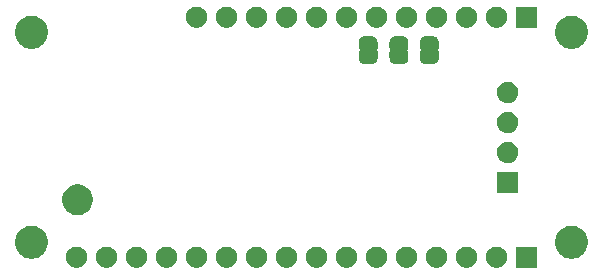
<source format=gbr>
G04 #@! TF.GenerationSoftware,KiCad,Pcbnew,(5.1.5-0-10_14)*
G04 #@! TF.CreationDate,2020-02-04T14:09:25+01:00*
G04 #@! TF.ProjectId,FeatherCAN,46656174-6865-4724-9341-4e2e6b696361,1.0*
G04 #@! TF.SameCoordinates,Original*
G04 #@! TF.FileFunction,Soldermask,Bot*
G04 #@! TF.FilePolarity,Negative*
%FSLAX46Y46*%
G04 Gerber Fmt 4.6, Leading zero omitted, Abs format (unit mm)*
G04 Created by KiCad (PCBNEW (5.1.5-0-10_14)) date 2020-02-04 14:09:25*
%MOMM*%
%LPD*%
G04 APERTURE LIST*
%ADD10C,0.100000*%
G04 APERTURE END LIST*
D10*
G36*
X161551000Y-117091000D02*
G01*
X159749000Y-117091000D01*
X159749000Y-115289000D01*
X161551000Y-115289000D01*
X161551000Y-117091000D01*
G37*
G36*
X158223512Y-115293927D02*
G01*
X158372812Y-115323624D01*
X158536784Y-115391544D01*
X158684354Y-115490147D01*
X158809853Y-115615646D01*
X158908456Y-115763216D01*
X158976376Y-115927188D01*
X159011000Y-116101259D01*
X159011000Y-116278741D01*
X158976376Y-116452812D01*
X158908456Y-116616784D01*
X158809853Y-116764354D01*
X158684354Y-116889853D01*
X158536784Y-116988456D01*
X158372812Y-117056376D01*
X158223512Y-117086073D01*
X158198742Y-117091000D01*
X158021258Y-117091000D01*
X157996488Y-117086073D01*
X157847188Y-117056376D01*
X157683216Y-116988456D01*
X157535646Y-116889853D01*
X157410147Y-116764354D01*
X157311544Y-116616784D01*
X157243624Y-116452812D01*
X157209000Y-116278741D01*
X157209000Y-116101259D01*
X157243624Y-115927188D01*
X157311544Y-115763216D01*
X157410147Y-115615646D01*
X157535646Y-115490147D01*
X157683216Y-115391544D01*
X157847188Y-115323624D01*
X157996488Y-115293927D01*
X158021258Y-115289000D01*
X158198742Y-115289000D01*
X158223512Y-115293927D01*
G37*
G36*
X155683512Y-115293927D02*
G01*
X155832812Y-115323624D01*
X155996784Y-115391544D01*
X156144354Y-115490147D01*
X156269853Y-115615646D01*
X156368456Y-115763216D01*
X156436376Y-115927188D01*
X156471000Y-116101259D01*
X156471000Y-116278741D01*
X156436376Y-116452812D01*
X156368456Y-116616784D01*
X156269853Y-116764354D01*
X156144354Y-116889853D01*
X155996784Y-116988456D01*
X155832812Y-117056376D01*
X155683512Y-117086073D01*
X155658742Y-117091000D01*
X155481258Y-117091000D01*
X155456488Y-117086073D01*
X155307188Y-117056376D01*
X155143216Y-116988456D01*
X154995646Y-116889853D01*
X154870147Y-116764354D01*
X154771544Y-116616784D01*
X154703624Y-116452812D01*
X154669000Y-116278741D01*
X154669000Y-116101259D01*
X154703624Y-115927188D01*
X154771544Y-115763216D01*
X154870147Y-115615646D01*
X154995646Y-115490147D01*
X155143216Y-115391544D01*
X155307188Y-115323624D01*
X155456488Y-115293927D01*
X155481258Y-115289000D01*
X155658742Y-115289000D01*
X155683512Y-115293927D01*
G37*
G36*
X153143512Y-115293927D02*
G01*
X153292812Y-115323624D01*
X153456784Y-115391544D01*
X153604354Y-115490147D01*
X153729853Y-115615646D01*
X153828456Y-115763216D01*
X153896376Y-115927188D01*
X153931000Y-116101259D01*
X153931000Y-116278741D01*
X153896376Y-116452812D01*
X153828456Y-116616784D01*
X153729853Y-116764354D01*
X153604354Y-116889853D01*
X153456784Y-116988456D01*
X153292812Y-117056376D01*
X153143512Y-117086073D01*
X153118742Y-117091000D01*
X152941258Y-117091000D01*
X152916488Y-117086073D01*
X152767188Y-117056376D01*
X152603216Y-116988456D01*
X152455646Y-116889853D01*
X152330147Y-116764354D01*
X152231544Y-116616784D01*
X152163624Y-116452812D01*
X152129000Y-116278741D01*
X152129000Y-116101259D01*
X152163624Y-115927188D01*
X152231544Y-115763216D01*
X152330147Y-115615646D01*
X152455646Y-115490147D01*
X152603216Y-115391544D01*
X152767188Y-115323624D01*
X152916488Y-115293927D01*
X152941258Y-115289000D01*
X153118742Y-115289000D01*
X153143512Y-115293927D01*
G37*
G36*
X150603512Y-115293927D02*
G01*
X150752812Y-115323624D01*
X150916784Y-115391544D01*
X151064354Y-115490147D01*
X151189853Y-115615646D01*
X151288456Y-115763216D01*
X151356376Y-115927188D01*
X151391000Y-116101259D01*
X151391000Y-116278741D01*
X151356376Y-116452812D01*
X151288456Y-116616784D01*
X151189853Y-116764354D01*
X151064354Y-116889853D01*
X150916784Y-116988456D01*
X150752812Y-117056376D01*
X150603512Y-117086073D01*
X150578742Y-117091000D01*
X150401258Y-117091000D01*
X150376488Y-117086073D01*
X150227188Y-117056376D01*
X150063216Y-116988456D01*
X149915646Y-116889853D01*
X149790147Y-116764354D01*
X149691544Y-116616784D01*
X149623624Y-116452812D01*
X149589000Y-116278741D01*
X149589000Y-116101259D01*
X149623624Y-115927188D01*
X149691544Y-115763216D01*
X149790147Y-115615646D01*
X149915646Y-115490147D01*
X150063216Y-115391544D01*
X150227188Y-115323624D01*
X150376488Y-115293927D01*
X150401258Y-115289000D01*
X150578742Y-115289000D01*
X150603512Y-115293927D01*
G37*
G36*
X148063512Y-115293927D02*
G01*
X148212812Y-115323624D01*
X148376784Y-115391544D01*
X148524354Y-115490147D01*
X148649853Y-115615646D01*
X148748456Y-115763216D01*
X148816376Y-115927188D01*
X148851000Y-116101259D01*
X148851000Y-116278741D01*
X148816376Y-116452812D01*
X148748456Y-116616784D01*
X148649853Y-116764354D01*
X148524354Y-116889853D01*
X148376784Y-116988456D01*
X148212812Y-117056376D01*
X148063512Y-117086073D01*
X148038742Y-117091000D01*
X147861258Y-117091000D01*
X147836488Y-117086073D01*
X147687188Y-117056376D01*
X147523216Y-116988456D01*
X147375646Y-116889853D01*
X147250147Y-116764354D01*
X147151544Y-116616784D01*
X147083624Y-116452812D01*
X147049000Y-116278741D01*
X147049000Y-116101259D01*
X147083624Y-115927188D01*
X147151544Y-115763216D01*
X147250147Y-115615646D01*
X147375646Y-115490147D01*
X147523216Y-115391544D01*
X147687188Y-115323624D01*
X147836488Y-115293927D01*
X147861258Y-115289000D01*
X148038742Y-115289000D01*
X148063512Y-115293927D01*
G37*
G36*
X145523512Y-115293927D02*
G01*
X145672812Y-115323624D01*
X145836784Y-115391544D01*
X145984354Y-115490147D01*
X146109853Y-115615646D01*
X146208456Y-115763216D01*
X146276376Y-115927188D01*
X146311000Y-116101259D01*
X146311000Y-116278741D01*
X146276376Y-116452812D01*
X146208456Y-116616784D01*
X146109853Y-116764354D01*
X145984354Y-116889853D01*
X145836784Y-116988456D01*
X145672812Y-117056376D01*
X145523512Y-117086073D01*
X145498742Y-117091000D01*
X145321258Y-117091000D01*
X145296488Y-117086073D01*
X145147188Y-117056376D01*
X144983216Y-116988456D01*
X144835646Y-116889853D01*
X144710147Y-116764354D01*
X144611544Y-116616784D01*
X144543624Y-116452812D01*
X144509000Y-116278741D01*
X144509000Y-116101259D01*
X144543624Y-115927188D01*
X144611544Y-115763216D01*
X144710147Y-115615646D01*
X144835646Y-115490147D01*
X144983216Y-115391544D01*
X145147188Y-115323624D01*
X145296488Y-115293927D01*
X145321258Y-115289000D01*
X145498742Y-115289000D01*
X145523512Y-115293927D01*
G37*
G36*
X142983512Y-115293927D02*
G01*
X143132812Y-115323624D01*
X143296784Y-115391544D01*
X143444354Y-115490147D01*
X143569853Y-115615646D01*
X143668456Y-115763216D01*
X143736376Y-115927188D01*
X143771000Y-116101259D01*
X143771000Y-116278741D01*
X143736376Y-116452812D01*
X143668456Y-116616784D01*
X143569853Y-116764354D01*
X143444354Y-116889853D01*
X143296784Y-116988456D01*
X143132812Y-117056376D01*
X142983512Y-117086073D01*
X142958742Y-117091000D01*
X142781258Y-117091000D01*
X142756488Y-117086073D01*
X142607188Y-117056376D01*
X142443216Y-116988456D01*
X142295646Y-116889853D01*
X142170147Y-116764354D01*
X142071544Y-116616784D01*
X142003624Y-116452812D01*
X141969000Y-116278741D01*
X141969000Y-116101259D01*
X142003624Y-115927188D01*
X142071544Y-115763216D01*
X142170147Y-115615646D01*
X142295646Y-115490147D01*
X142443216Y-115391544D01*
X142607188Y-115323624D01*
X142756488Y-115293927D01*
X142781258Y-115289000D01*
X142958742Y-115289000D01*
X142983512Y-115293927D01*
G37*
G36*
X140443512Y-115293927D02*
G01*
X140592812Y-115323624D01*
X140756784Y-115391544D01*
X140904354Y-115490147D01*
X141029853Y-115615646D01*
X141128456Y-115763216D01*
X141196376Y-115927188D01*
X141231000Y-116101259D01*
X141231000Y-116278741D01*
X141196376Y-116452812D01*
X141128456Y-116616784D01*
X141029853Y-116764354D01*
X140904354Y-116889853D01*
X140756784Y-116988456D01*
X140592812Y-117056376D01*
X140443512Y-117086073D01*
X140418742Y-117091000D01*
X140241258Y-117091000D01*
X140216488Y-117086073D01*
X140067188Y-117056376D01*
X139903216Y-116988456D01*
X139755646Y-116889853D01*
X139630147Y-116764354D01*
X139531544Y-116616784D01*
X139463624Y-116452812D01*
X139429000Y-116278741D01*
X139429000Y-116101259D01*
X139463624Y-115927188D01*
X139531544Y-115763216D01*
X139630147Y-115615646D01*
X139755646Y-115490147D01*
X139903216Y-115391544D01*
X140067188Y-115323624D01*
X140216488Y-115293927D01*
X140241258Y-115289000D01*
X140418742Y-115289000D01*
X140443512Y-115293927D01*
G37*
G36*
X137903512Y-115293927D02*
G01*
X138052812Y-115323624D01*
X138216784Y-115391544D01*
X138364354Y-115490147D01*
X138489853Y-115615646D01*
X138588456Y-115763216D01*
X138656376Y-115927188D01*
X138691000Y-116101259D01*
X138691000Y-116278741D01*
X138656376Y-116452812D01*
X138588456Y-116616784D01*
X138489853Y-116764354D01*
X138364354Y-116889853D01*
X138216784Y-116988456D01*
X138052812Y-117056376D01*
X137903512Y-117086073D01*
X137878742Y-117091000D01*
X137701258Y-117091000D01*
X137676488Y-117086073D01*
X137527188Y-117056376D01*
X137363216Y-116988456D01*
X137215646Y-116889853D01*
X137090147Y-116764354D01*
X136991544Y-116616784D01*
X136923624Y-116452812D01*
X136889000Y-116278741D01*
X136889000Y-116101259D01*
X136923624Y-115927188D01*
X136991544Y-115763216D01*
X137090147Y-115615646D01*
X137215646Y-115490147D01*
X137363216Y-115391544D01*
X137527188Y-115323624D01*
X137676488Y-115293927D01*
X137701258Y-115289000D01*
X137878742Y-115289000D01*
X137903512Y-115293927D01*
G37*
G36*
X135363512Y-115293927D02*
G01*
X135512812Y-115323624D01*
X135676784Y-115391544D01*
X135824354Y-115490147D01*
X135949853Y-115615646D01*
X136048456Y-115763216D01*
X136116376Y-115927188D01*
X136151000Y-116101259D01*
X136151000Y-116278741D01*
X136116376Y-116452812D01*
X136048456Y-116616784D01*
X135949853Y-116764354D01*
X135824354Y-116889853D01*
X135676784Y-116988456D01*
X135512812Y-117056376D01*
X135363512Y-117086073D01*
X135338742Y-117091000D01*
X135161258Y-117091000D01*
X135136488Y-117086073D01*
X134987188Y-117056376D01*
X134823216Y-116988456D01*
X134675646Y-116889853D01*
X134550147Y-116764354D01*
X134451544Y-116616784D01*
X134383624Y-116452812D01*
X134349000Y-116278741D01*
X134349000Y-116101259D01*
X134383624Y-115927188D01*
X134451544Y-115763216D01*
X134550147Y-115615646D01*
X134675646Y-115490147D01*
X134823216Y-115391544D01*
X134987188Y-115323624D01*
X135136488Y-115293927D01*
X135161258Y-115289000D01*
X135338742Y-115289000D01*
X135363512Y-115293927D01*
G37*
G36*
X132823512Y-115293927D02*
G01*
X132972812Y-115323624D01*
X133136784Y-115391544D01*
X133284354Y-115490147D01*
X133409853Y-115615646D01*
X133508456Y-115763216D01*
X133576376Y-115927188D01*
X133611000Y-116101259D01*
X133611000Y-116278741D01*
X133576376Y-116452812D01*
X133508456Y-116616784D01*
X133409853Y-116764354D01*
X133284354Y-116889853D01*
X133136784Y-116988456D01*
X132972812Y-117056376D01*
X132823512Y-117086073D01*
X132798742Y-117091000D01*
X132621258Y-117091000D01*
X132596488Y-117086073D01*
X132447188Y-117056376D01*
X132283216Y-116988456D01*
X132135646Y-116889853D01*
X132010147Y-116764354D01*
X131911544Y-116616784D01*
X131843624Y-116452812D01*
X131809000Y-116278741D01*
X131809000Y-116101259D01*
X131843624Y-115927188D01*
X131911544Y-115763216D01*
X132010147Y-115615646D01*
X132135646Y-115490147D01*
X132283216Y-115391544D01*
X132447188Y-115323624D01*
X132596488Y-115293927D01*
X132621258Y-115289000D01*
X132798742Y-115289000D01*
X132823512Y-115293927D01*
G37*
G36*
X130283512Y-115293927D02*
G01*
X130432812Y-115323624D01*
X130596784Y-115391544D01*
X130744354Y-115490147D01*
X130869853Y-115615646D01*
X130968456Y-115763216D01*
X131036376Y-115927188D01*
X131071000Y-116101259D01*
X131071000Y-116278741D01*
X131036376Y-116452812D01*
X130968456Y-116616784D01*
X130869853Y-116764354D01*
X130744354Y-116889853D01*
X130596784Y-116988456D01*
X130432812Y-117056376D01*
X130283512Y-117086073D01*
X130258742Y-117091000D01*
X130081258Y-117091000D01*
X130056488Y-117086073D01*
X129907188Y-117056376D01*
X129743216Y-116988456D01*
X129595646Y-116889853D01*
X129470147Y-116764354D01*
X129371544Y-116616784D01*
X129303624Y-116452812D01*
X129269000Y-116278741D01*
X129269000Y-116101259D01*
X129303624Y-115927188D01*
X129371544Y-115763216D01*
X129470147Y-115615646D01*
X129595646Y-115490147D01*
X129743216Y-115391544D01*
X129907188Y-115323624D01*
X130056488Y-115293927D01*
X130081258Y-115289000D01*
X130258742Y-115289000D01*
X130283512Y-115293927D01*
G37*
G36*
X127743512Y-115293927D02*
G01*
X127892812Y-115323624D01*
X128056784Y-115391544D01*
X128204354Y-115490147D01*
X128329853Y-115615646D01*
X128428456Y-115763216D01*
X128496376Y-115927188D01*
X128531000Y-116101259D01*
X128531000Y-116278741D01*
X128496376Y-116452812D01*
X128428456Y-116616784D01*
X128329853Y-116764354D01*
X128204354Y-116889853D01*
X128056784Y-116988456D01*
X127892812Y-117056376D01*
X127743512Y-117086073D01*
X127718742Y-117091000D01*
X127541258Y-117091000D01*
X127516488Y-117086073D01*
X127367188Y-117056376D01*
X127203216Y-116988456D01*
X127055646Y-116889853D01*
X126930147Y-116764354D01*
X126831544Y-116616784D01*
X126763624Y-116452812D01*
X126729000Y-116278741D01*
X126729000Y-116101259D01*
X126763624Y-115927188D01*
X126831544Y-115763216D01*
X126930147Y-115615646D01*
X127055646Y-115490147D01*
X127203216Y-115391544D01*
X127367188Y-115323624D01*
X127516488Y-115293927D01*
X127541258Y-115289000D01*
X127718742Y-115289000D01*
X127743512Y-115293927D01*
G37*
G36*
X125203512Y-115293927D02*
G01*
X125352812Y-115323624D01*
X125516784Y-115391544D01*
X125664354Y-115490147D01*
X125789853Y-115615646D01*
X125888456Y-115763216D01*
X125956376Y-115927188D01*
X125991000Y-116101259D01*
X125991000Y-116278741D01*
X125956376Y-116452812D01*
X125888456Y-116616784D01*
X125789853Y-116764354D01*
X125664354Y-116889853D01*
X125516784Y-116988456D01*
X125352812Y-117056376D01*
X125203512Y-117086073D01*
X125178742Y-117091000D01*
X125001258Y-117091000D01*
X124976488Y-117086073D01*
X124827188Y-117056376D01*
X124663216Y-116988456D01*
X124515646Y-116889853D01*
X124390147Y-116764354D01*
X124291544Y-116616784D01*
X124223624Y-116452812D01*
X124189000Y-116278741D01*
X124189000Y-116101259D01*
X124223624Y-115927188D01*
X124291544Y-115763216D01*
X124390147Y-115615646D01*
X124515646Y-115490147D01*
X124663216Y-115391544D01*
X124827188Y-115323624D01*
X124976488Y-115293927D01*
X125001258Y-115289000D01*
X125178742Y-115289000D01*
X125203512Y-115293927D01*
G37*
G36*
X122663512Y-115293927D02*
G01*
X122812812Y-115323624D01*
X122976784Y-115391544D01*
X123124354Y-115490147D01*
X123249853Y-115615646D01*
X123348456Y-115763216D01*
X123416376Y-115927188D01*
X123451000Y-116101259D01*
X123451000Y-116278741D01*
X123416376Y-116452812D01*
X123348456Y-116616784D01*
X123249853Y-116764354D01*
X123124354Y-116889853D01*
X122976784Y-116988456D01*
X122812812Y-117056376D01*
X122663512Y-117086073D01*
X122638742Y-117091000D01*
X122461258Y-117091000D01*
X122436488Y-117086073D01*
X122287188Y-117056376D01*
X122123216Y-116988456D01*
X121975646Y-116889853D01*
X121850147Y-116764354D01*
X121751544Y-116616784D01*
X121683624Y-116452812D01*
X121649000Y-116278741D01*
X121649000Y-116101259D01*
X121683624Y-115927188D01*
X121751544Y-115763216D01*
X121850147Y-115615646D01*
X121975646Y-115490147D01*
X122123216Y-115391544D01*
X122287188Y-115323624D01*
X122436488Y-115293927D01*
X122461258Y-115289000D01*
X122638742Y-115289000D01*
X122663512Y-115293927D01*
G37*
G36*
X164778433Y-113554893D02*
G01*
X164868657Y-113572839D01*
X164974267Y-113616585D01*
X165123621Y-113678449D01*
X165123622Y-113678450D01*
X165353086Y-113831772D01*
X165548228Y-114026914D01*
X165650675Y-114180237D01*
X165701551Y-114256379D01*
X165807161Y-114511344D01*
X165861000Y-114782012D01*
X165861000Y-115057988D01*
X165807161Y-115328656D01*
X165701551Y-115583621D01*
X165680152Y-115615647D01*
X165548228Y-115813086D01*
X165353086Y-116008228D01*
X165213856Y-116101258D01*
X165123621Y-116161551D01*
X164974267Y-116223415D01*
X164868657Y-116267161D01*
X164778433Y-116285107D01*
X164597988Y-116321000D01*
X164322012Y-116321000D01*
X164141567Y-116285107D01*
X164051343Y-116267161D01*
X163945733Y-116223415D01*
X163796379Y-116161551D01*
X163706144Y-116101258D01*
X163566914Y-116008228D01*
X163371772Y-115813086D01*
X163239848Y-115615647D01*
X163218449Y-115583621D01*
X163112839Y-115328656D01*
X163059000Y-115057988D01*
X163059000Y-114782012D01*
X163112839Y-114511344D01*
X163218449Y-114256379D01*
X163269325Y-114180237D01*
X163371772Y-114026914D01*
X163566914Y-113831772D01*
X163796378Y-113678450D01*
X163796379Y-113678449D01*
X163945733Y-113616585D01*
X164051343Y-113572839D01*
X164141567Y-113554893D01*
X164322012Y-113519000D01*
X164597988Y-113519000D01*
X164778433Y-113554893D01*
G37*
G36*
X119058433Y-113554893D02*
G01*
X119148657Y-113572839D01*
X119254267Y-113616585D01*
X119403621Y-113678449D01*
X119403622Y-113678450D01*
X119633086Y-113831772D01*
X119828228Y-114026914D01*
X119930675Y-114180237D01*
X119981551Y-114256379D01*
X120087161Y-114511344D01*
X120141000Y-114782012D01*
X120141000Y-115057988D01*
X120087161Y-115328656D01*
X119981551Y-115583621D01*
X119960152Y-115615647D01*
X119828228Y-115813086D01*
X119633086Y-116008228D01*
X119493856Y-116101258D01*
X119403621Y-116161551D01*
X119254267Y-116223415D01*
X119148657Y-116267161D01*
X119058433Y-116285107D01*
X118877988Y-116321000D01*
X118602012Y-116321000D01*
X118421567Y-116285107D01*
X118331343Y-116267161D01*
X118225733Y-116223415D01*
X118076379Y-116161551D01*
X117986144Y-116101258D01*
X117846914Y-116008228D01*
X117651772Y-115813086D01*
X117519848Y-115615647D01*
X117498449Y-115583621D01*
X117392839Y-115328656D01*
X117339000Y-115057988D01*
X117339000Y-114782012D01*
X117392839Y-114511344D01*
X117498449Y-114256379D01*
X117549325Y-114180237D01*
X117651772Y-114026914D01*
X117846914Y-113831772D01*
X118076378Y-113678450D01*
X118076379Y-113678449D01*
X118225733Y-113616585D01*
X118331343Y-113572839D01*
X118421567Y-113554893D01*
X118602012Y-113519000D01*
X118877988Y-113519000D01*
X119058433Y-113554893D01*
G37*
G36*
X123029487Y-110073996D02*
G01*
X123266253Y-110172068D01*
X123266255Y-110172069D01*
X123479339Y-110314447D01*
X123660553Y-110495661D01*
X123802932Y-110708747D01*
X123901004Y-110945513D01*
X123951000Y-111196861D01*
X123951000Y-111453139D01*
X123901004Y-111704487D01*
X123802932Y-111941253D01*
X123802931Y-111941255D01*
X123660553Y-112154339D01*
X123479339Y-112335553D01*
X123266255Y-112477931D01*
X123266254Y-112477932D01*
X123266253Y-112477932D01*
X123029487Y-112576004D01*
X122778139Y-112626000D01*
X122521861Y-112626000D01*
X122270513Y-112576004D01*
X122033747Y-112477932D01*
X122033746Y-112477932D01*
X122033745Y-112477931D01*
X121820661Y-112335553D01*
X121639447Y-112154339D01*
X121497069Y-111941255D01*
X121497068Y-111941253D01*
X121398996Y-111704487D01*
X121349000Y-111453139D01*
X121349000Y-111196861D01*
X121398996Y-110945513D01*
X121497068Y-110708747D01*
X121639447Y-110495661D01*
X121820661Y-110314447D01*
X122033745Y-110172069D01*
X122033747Y-110172068D01*
X122270513Y-110073996D01*
X122521861Y-110024000D01*
X122778139Y-110024000D01*
X123029487Y-110073996D01*
G37*
G36*
X159951000Y-110751000D02*
G01*
X158149000Y-110751000D01*
X158149000Y-108949000D01*
X159951000Y-108949000D01*
X159951000Y-110751000D01*
G37*
G36*
X159163512Y-106413927D02*
G01*
X159312812Y-106443624D01*
X159476784Y-106511544D01*
X159624354Y-106610147D01*
X159749853Y-106735646D01*
X159848456Y-106883216D01*
X159916376Y-107047188D01*
X159951000Y-107221259D01*
X159951000Y-107398741D01*
X159916376Y-107572812D01*
X159848456Y-107736784D01*
X159749853Y-107884354D01*
X159624354Y-108009853D01*
X159476784Y-108108456D01*
X159312812Y-108176376D01*
X159163512Y-108206073D01*
X159138742Y-108211000D01*
X158961258Y-108211000D01*
X158936488Y-108206073D01*
X158787188Y-108176376D01*
X158623216Y-108108456D01*
X158475646Y-108009853D01*
X158350147Y-107884354D01*
X158251544Y-107736784D01*
X158183624Y-107572812D01*
X158149000Y-107398741D01*
X158149000Y-107221259D01*
X158183624Y-107047188D01*
X158251544Y-106883216D01*
X158350147Y-106735646D01*
X158475646Y-106610147D01*
X158623216Y-106511544D01*
X158787188Y-106443624D01*
X158936488Y-106413927D01*
X158961258Y-106409000D01*
X159138742Y-106409000D01*
X159163512Y-106413927D01*
G37*
G36*
X159163512Y-103873927D02*
G01*
X159312812Y-103903624D01*
X159476784Y-103971544D01*
X159624354Y-104070147D01*
X159749853Y-104195646D01*
X159848456Y-104343216D01*
X159916376Y-104507188D01*
X159951000Y-104681259D01*
X159951000Y-104858741D01*
X159916376Y-105032812D01*
X159848456Y-105196784D01*
X159749853Y-105344354D01*
X159624354Y-105469853D01*
X159476784Y-105568456D01*
X159312812Y-105636376D01*
X159163512Y-105666073D01*
X159138742Y-105671000D01*
X158961258Y-105671000D01*
X158936488Y-105666073D01*
X158787188Y-105636376D01*
X158623216Y-105568456D01*
X158475646Y-105469853D01*
X158350147Y-105344354D01*
X158251544Y-105196784D01*
X158183624Y-105032812D01*
X158149000Y-104858741D01*
X158149000Y-104681259D01*
X158183624Y-104507188D01*
X158251544Y-104343216D01*
X158350147Y-104195646D01*
X158475646Y-104070147D01*
X158623216Y-103971544D01*
X158787188Y-103903624D01*
X158936488Y-103873927D01*
X158961258Y-103869000D01*
X159138742Y-103869000D01*
X159163512Y-103873927D01*
G37*
G36*
X159163512Y-101333927D02*
G01*
X159312812Y-101363624D01*
X159476784Y-101431544D01*
X159624354Y-101530147D01*
X159749853Y-101655646D01*
X159848456Y-101803216D01*
X159916376Y-101967188D01*
X159951000Y-102141259D01*
X159951000Y-102318741D01*
X159916376Y-102492812D01*
X159848456Y-102656784D01*
X159749853Y-102804354D01*
X159624354Y-102929853D01*
X159476784Y-103028456D01*
X159312812Y-103096376D01*
X159163512Y-103126073D01*
X159138742Y-103131000D01*
X158961258Y-103131000D01*
X158936488Y-103126073D01*
X158787188Y-103096376D01*
X158623216Y-103028456D01*
X158475646Y-102929853D01*
X158350147Y-102804354D01*
X158251544Y-102656784D01*
X158183624Y-102492812D01*
X158149000Y-102318741D01*
X158149000Y-102141259D01*
X158183624Y-101967188D01*
X158251544Y-101803216D01*
X158350147Y-101655646D01*
X158475646Y-101530147D01*
X158623216Y-101431544D01*
X158787188Y-101363624D01*
X158936488Y-101333927D01*
X158961258Y-101329000D01*
X159138742Y-101329000D01*
X159163512Y-101333927D01*
G37*
G36*
X152687199Y-97449954D02*
G01*
X152699450Y-97450556D01*
X152717869Y-97450556D01*
X152740149Y-97452750D01*
X152824233Y-97469476D01*
X152845660Y-97475976D01*
X152924858Y-97508780D01*
X152930303Y-97511691D01*
X152930309Y-97511693D01*
X152939169Y-97516429D01*
X152939173Y-97516432D01*
X152944614Y-97519340D01*
X153015899Y-97566971D01*
X153033204Y-97581172D01*
X153093828Y-97641796D01*
X153108029Y-97659101D01*
X153155660Y-97730386D01*
X153158568Y-97735827D01*
X153158571Y-97735831D01*
X153163307Y-97744691D01*
X153163309Y-97744697D01*
X153166220Y-97750142D01*
X153199024Y-97829340D01*
X153205524Y-97850767D01*
X153222250Y-97934851D01*
X153224444Y-97957131D01*
X153224444Y-97975550D01*
X153225046Y-97987801D01*
X153226852Y-98006139D01*
X153226852Y-98493860D01*
X153225263Y-98509999D01*
X153222348Y-98519608D01*
X153217610Y-98528472D01*
X153211237Y-98536237D01*
X153198794Y-98546448D01*
X153188425Y-98553378D01*
X153171098Y-98570705D01*
X153157485Y-98591080D01*
X153148109Y-98613720D01*
X153143329Y-98637753D01*
X153143330Y-98662257D01*
X153148112Y-98686290D01*
X153157490Y-98708929D01*
X153171105Y-98729302D01*
X153188432Y-98746629D01*
X153198802Y-98753558D01*
X153211237Y-98763763D01*
X153217610Y-98771528D01*
X153222348Y-98780392D01*
X153225263Y-98790001D01*
X153226852Y-98806140D01*
X153226852Y-99293862D01*
X153225046Y-99312199D01*
X153224444Y-99324450D01*
X153224444Y-99342869D01*
X153222250Y-99365149D01*
X153205524Y-99449233D01*
X153199024Y-99470660D01*
X153166220Y-99549858D01*
X153163309Y-99555303D01*
X153163307Y-99555309D01*
X153158571Y-99564169D01*
X153158568Y-99564173D01*
X153155660Y-99569614D01*
X153108029Y-99640899D01*
X153093828Y-99658204D01*
X153033204Y-99718828D01*
X153015899Y-99733029D01*
X152944614Y-99780660D01*
X152939173Y-99783568D01*
X152939169Y-99783571D01*
X152930309Y-99788307D01*
X152930303Y-99788309D01*
X152924858Y-99791220D01*
X152845660Y-99824024D01*
X152824233Y-99830524D01*
X152740149Y-99847250D01*
X152717869Y-99849444D01*
X152699450Y-99849444D01*
X152687199Y-99850046D01*
X152668862Y-99851852D01*
X152181138Y-99851852D01*
X152162801Y-99850046D01*
X152150550Y-99849444D01*
X152132131Y-99849444D01*
X152109851Y-99847250D01*
X152025767Y-99830524D01*
X152004340Y-99824024D01*
X151925142Y-99791220D01*
X151919697Y-99788309D01*
X151919691Y-99788307D01*
X151910831Y-99783571D01*
X151910827Y-99783568D01*
X151905386Y-99780660D01*
X151834101Y-99733029D01*
X151816796Y-99718828D01*
X151756172Y-99658204D01*
X151741971Y-99640899D01*
X151694340Y-99569614D01*
X151691432Y-99564173D01*
X151691429Y-99564169D01*
X151686693Y-99555309D01*
X151686691Y-99555303D01*
X151683780Y-99549858D01*
X151650976Y-99470660D01*
X151644476Y-99449233D01*
X151627750Y-99365149D01*
X151625556Y-99342869D01*
X151625556Y-99324450D01*
X151624954Y-99312199D01*
X151623148Y-99293862D01*
X151623148Y-98806140D01*
X151624737Y-98790001D01*
X151627652Y-98780392D01*
X151632390Y-98771528D01*
X151638763Y-98763763D01*
X151651206Y-98753552D01*
X151661575Y-98746622D01*
X151678902Y-98729295D01*
X151692515Y-98708920D01*
X151701891Y-98686280D01*
X151706671Y-98662247D01*
X151706670Y-98637743D01*
X151701888Y-98613710D01*
X151692510Y-98591071D01*
X151678895Y-98570698D01*
X151661568Y-98553371D01*
X151651198Y-98546442D01*
X151638763Y-98536237D01*
X151632390Y-98528472D01*
X151627652Y-98519608D01*
X151624737Y-98509999D01*
X151623148Y-98493860D01*
X151623148Y-98006139D01*
X151624954Y-97987801D01*
X151625556Y-97975550D01*
X151625556Y-97957131D01*
X151627750Y-97934851D01*
X151644476Y-97850767D01*
X151650976Y-97829340D01*
X151683780Y-97750142D01*
X151686691Y-97744697D01*
X151686693Y-97744691D01*
X151691429Y-97735831D01*
X151691432Y-97735827D01*
X151694340Y-97730386D01*
X151741971Y-97659101D01*
X151756172Y-97641796D01*
X151816796Y-97581172D01*
X151834101Y-97566971D01*
X151905386Y-97519340D01*
X151910827Y-97516432D01*
X151910831Y-97516429D01*
X151919691Y-97511693D01*
X151919697Y-97511691D01*
X151925142Y-97508780D01*
X152004340Y-97475976D01*
X152025767Y-97469476D01*
X152109851Y-97452750D01*
X152132131Y-97450556D01*
X152150550Y-97450556D01*
X152162801Y-97449954D01*
X152181139Y-97448148D01*
X152668861Y-97448148D01*
X152687199Y-97449954D01*
G37*
G36*
X150112199Y-97449954D02*
G01*
X150124450Y-97450556D01*
X150142869Y-97450556D01*
X150165149Y-97452750D01*
X150249233Y-97469476D01*
X150270660Y-97475976D01*
X150349858Y-97508780D01*
X150355303Y-97511691D01*
X150355309Y-97511693D01*
X150364169Y-97516429D01*
X150364173Y-97516432D01*
X150369614Y-97519340D01*
X150440899Y-97566971D01*
X150458204Y-97581172D01*
X150518828Y-97641796D01*
X150533029Y-97659101D01*
X150580660Y-97730386D01*
X150583568Y-97735827D01*
X150583571Y-97735831D01*
X150588307Y-97744691D01*
X150588309Y-97744697D01*
X150591220Y-97750142D01*
X150624024Y-97829340D01*
X150630524Y-97850767D01*
X150647250Y-97934851D01*
X150649444Y-97957131D01*
X150649444Y-97975550D01*
X150650046Y-97987801D01*
X150651852Y-98006139D01*
X150651852Y-98493860D01*
X150650263Y-98509999D01*
X150647348Y-98519608D01*
X150642610Y-98528472D01*
X150636237Y-98536237D01*
X150623794Y-98546448D01*
X150613425Y-98553378D01*
X150596098Y-98570705D01*
X150582485Y-98591080D01*
X150573109Y-98613720D01*
X150568329Y-98637753D01*
X150568330Y-98662257D01*
X150573112Y-98686290D01*
X150582490Y-98708929D01*
X150596105Y-98729302D01*
X150613432Y-98746629D01*
X150623802Y-98753558D01*
X150636237Y-98763763D01*
X150642610Y-98771528D01*
X150647348Y-98780392D01*
X150650263Y-98790001D01*
X150651852Y-98806140D01*
X150651852Y-99293862D01*
X150650046Y-99312199D01*
X150649444Y-99324450D01*
X150649444Y-99342869D01*
X150647250Y-99365149D01*
X150630524Y-99449233D01*
X150624024Y-99470660D01*
X150591220Y-99549858D01*
X150588309Y-99555303D01*
X150588307Y-99555309D01*
X150583571Y-99564169D01*
X150583568Y-99564173D01*
X150580660Y-99569614D01*
X150533029Y-99640899D01*
X150518828Y-99658204D01*
X150458204Y-99718828D01*
X150440899Y-99733029D01*
X150369614Y-99780660D01*
X150364173Y-99783568D01*
X150364169Y-99783571D01*
X150355309Y-99788307D01*
X150355303Y-99788309D01*
X150349858Y-99791220D01*
X150270660Y-99824024D01*
X150249233Y-99830524D01*
X150165149Y-99847250D01*
X150142869Y-99849444D01*
X150124450Y-99849444D01*
X150112199Y-99850046D01*
X150093862Y-99851852D01*
X149606138Y-99851852D01*
X149587801Y-99850046D01*
X149575550Y-99849444D01*
X149557131Y-99849444D01*
X149534851Y-99847250D01*
X149450767Y-99830524D01*
X149429340Y-99824024D01*
X149350142Y-99791220D01*
X149344697Y-99788309D01*
X149344691Y-99788307D01*
X149335831Y-99783571D01*
X149335827Y-99783568D01*
X149330386Y-99780660D01*
X149259101Y-99733029D01*
X149241796Y-99718828D01*
X149181172Y-99658204D01*
X149166971Y-99640899D01*
X149119340Y-99569614D01*
X149116432Y-99564173D01*
X149116429Y-99564169D01*
X149111693Y-99555309D01*
X149111691Y-99555303D01*
X149108780Y-99549858D01*
X149075976Y-99470660D01*
X149069476Y-99449233D01*
X149052750Y-99365149D01*
X149050556Y-99342869D01*
X149050556Y-99324450D01*
X149049954Y-99312199D01*
X149048148Y-99293862D01*
X149048148Y-98806140D01*
X149049737Y-98790001D01*
X149052652Y-98780392D01*
X149057390Y-98771528D01*
X149063763Y-98763763D01*
X149076206Y-98753552D01*
X149086575Y-98746622D01*
X149103902Y-98729295D01*
X149117515Y-98708920D01*
X149126891Y-98686280D01*
X149131671Y-98662247D01*
X149131670Y-98637743D01*
X149126888Y-98613710D01*
X149117510Y-98591071D01*
X149103895Y-98570698D01*
X149086568Y-98553371D01*
X149076198Y-98546442D01*
X149063763Y-98536237D01*
X149057390Y-98528472D01*
X149052652Y-98519608D01*
X149049737Y-98509999D01*
X149048148Y-98493860D01*
X149048148Y-98006139D01*
X149049954Y-97987801D01*
X149050556Y-97975550D01*
X149050556Y-97957131D01*
X149052750Y-97934851D01*
X149069476Y-97850767D01*
X149075976Y-97829340D01*
X149108780Y-97750142D01*
X149111691Y-97744697D01*
X149111693Y-97744691D01*
X149116429Y-97735831D01*
X149116432Y-97735827D01*
X149119340Y-97730386D01*
X149166971Y-97659101D01*
X149181172Y-97641796D01*
X149241796Y-97581172D01*
X149259101Y-97566971D01*
X149330386Y-97519340D01*
X149335827Y-97516432D01*
X149335831Y-97516429D01*
X149344691Y-97511693D01*
X149344697Y-97511691D01*
X149350142Y-97508780D01*
X149429340Y-97475976D01*
X149450767Y-97469476D01*
X149534851Y-97452750D01*
X149557131Y-97450556D01*
X149575550Y-97450556D01*
X149587801Y-97449954D01*
X149606139Y-97448148D01*
X150093861Y-97448148D01*
X150112199Y-97449954D01*
G37*
G36*
X147512199Y-97449954D02*
G01*
X147524450Y-97450556D01*
X147542869Y-97450556D01*
X147565149Y-97452750D01*
X147649233Y-97469476D01*
X147670660Y-97475976D01*
X147749858Y-97508780D01*
X147755303Y-97511691D01*
X147755309Y-97511693D01*
X147764169Y-97516429D01*
X147764173Y-97516432D01*
X147769614Y-97519340D01*
X147840899Y-97566971D01*
X147858204Y-97581172D01*
X147918828Y-97641796D01*
X147933029Y-97659101D01*
X147980660Y-97730386D01*
X147983568Y-97735827D01*
X147983571Y-97735831D01*
X147988307Y-97744691D01*
X147988309Y-97744697D01*
X147991220Y-97750142D01*
X148024024Y-97829340D01*
X148030524Y-97850767D01*
X148047250Y-97934851D01*
X148049444Y-97957131D01*
X148049444Y-97975550D01*
X148050046Y-97987801D01*
X148051852Y-98006139D01*
X148051852Y-98493860D01*
X148050263Y-98509999D01*
X148047348Y-98519608D01*
X148042610Y-98528472D01*
X148036237Y-98536237D01*
X148023794Y-98546448D01*
X148013425Y-98553378D01*
X147996098Y-98570705D01*
X147982485Y-98591080D01*
X147973109Y-98613720D01*
X147968329Y-98637753D01*
X147968330Y-98662257D01*
X147973112Y-98686290D01*
X147982490Y-98708929D01*
X147996105Y-98729302D01*
X148013432Y-98746629D01*
X148023802Y-98753558D01*
X148036237Y-98763763D01*
X148042610Y-98771528D01*
X148047348Y-98780392D01*
X148050263Y-98790001D01*
X148051852Y-98806140D01*
X148051852Y-99293862D01*
X148050046Y-99312199D01*
X148049444Y-99324450D01*
X148049444Y-99342869D01*
X148047250Y-99365149D01*
X148030524Y-99449233D01*
X148024024Y-99470660D01*
X147991220Y-99549858D01*
X147988309Y-99555303D01*
X147988307Y-99555309D01*
X147983571Y-99564169D01*
X147983568Y-99564173D01*
X147980660Y-99569614D01*
X147933029Y-99640899D01*
X147918828Y-99658204D01*
X147858204Y-99718828D01*
X147840899Y-99733029D01*
X147769614Y-99780660D01*
X147764173Y-99783568D01*
X147764169Y-99783571D01*
X147755309Y-99788307D01*
X147755303Y-99788309D01*
X147749858Y-99791220D01*
X147670660Y-99824024D01*
X147649233Y-99830524D01*
X147565149Y-99847250D01*
X147542869Y-99849444D01*
X147524450Y-99849444D01*
X147512199Y-99850046D01*
X147493862Y-99851852D01*
X147006138Y-99851852D01*
X146987801Y-99850046D01*
X146975550Y-99849444D01*
X146957131Y-99849444D01*
X146934851Y-99847250D01*
X146850767Y-99830524D01*
X146829340Y-99824024D01*
X146750142Y-99791220D01*
X146744697Y-99788309D01*
X146744691Y-99788307D01*
X146735831Y-99783571D01*
X146735827Y-99783568D01*
X146730386Y-99780660D01*
X146659101Y-99733029D01*
X146641796Y-99718828D01*
X146581172Y-99658204D01*
X146566971Y-99640899D01*
X146519340Y-99569614D01*
X146516432Y-99564173D01*
X146516429Y-99564169D01*
X146511693Y-99555309D01*
X146511691Y-99555303D01*
X146508780Y-99549858D01*
X146475976Y-99470660D01*
X146469476Y-99449233D01*
X146452750Y-99365149D01*
X146450556Y-99342869D01*
X146450556Y-99324450D01*
X146449954Y-99312199D01*
X146448148Y-99293862D01*
X146448148Y-98806140D01*
X146449737Y-98790001D01*
X146452652Y-98780392D01*
X146457390Y-98771528D01*
X146463763Y-98763763D01*
X146476206Y-98753552D01*
X146486575Y-98746622D01*
X146503902Y-98729295D01*
X146517515Y-98708920D01*
X146526891Y-98686280D01*
X146531671Y-98662247D01*
X146531670Y-98637743D01*
X146526888Y-98613710D01*
X146517510Y-98591071D01*
X146503895Y-98570698D01*
X146486568Y-98553371D01*
X146476198Y-98546442D01*
X146463763Y-98536237D01*
X146457390Y-98528472D01*
X146452652Y-98519608D01*
X146449737Y-98509999D01*
X146448148Y-98493860D01*
X146448148Y-98006139D01*
X146449954Y-97987801D01*
X146450556Y-97975550D01*
X146450556Y-97957131D01*
X146452750Y-97934851D01*
X146469476Y-97850767D01*
X146475976Y-97829340D01*
X146508780Y-97750142D01*
X146511691Y-97744697D01*
X146511693Y-97744691D01*
X146516429Y-97735831D01*
X146516432Y-97735827D01*
X146519340Y-97730386D01*
X146566971Y-97659101D01*
X146581172Y-97641796D01*
X146641796Y-97581172D01*
X146659101Y-97566971D01*
X146730386Y-97519340D01*
X146735827Y-97516432D01*
X146735831Y-97516429D01*
X146744691Y-97511693D01*
X146744697Y-97511691D01*
X146750142Y-97508780D01*
X146829340Y-97475976D01*
X146850767Y-97469476D01*
X146934851Y-97452750D01*
X146957131Y-97450556D01*
X146975550Y-97450556D01*
X146987801Y-97449954D01*
X147006139Y-97448148D01*
X147493861Y-97448148D01*
X147512199Y-97449954D01*
G37*
G36*
X164778433Y-95774893D02*
G01*
X164868657Y-95792839D01*
X164974267Y-95836585D01*
X165123621Y-95898449D01*
X165123622Y-95898450D01*
X165353086Y-96051772D01*
X165548228Y-96246914D01*
X165650675Y-96400237D01*
X165701551Y-96476379D01*
X165740269Y-96569852D01*
X165807161Y-96731343D01*
X165861000Y-97002014D01*
X165861000Y-97277986D01*
X165807161Y-97548657D01*
X165768581Y-97641796D01*
X165701551Y-97803621D01*
X165701550Y-97803622D01*
X165548228Y-98033086D01*
X165353086Y-98228228D01*
X165199763Y-98330675D01*
X165123621Y-98381551D01*
X164974267Y-98443415D01*
X164868657Y-98487161D01*
X164834978Y-98493860D01*
X164597988Y-98541000D01*
X164322012Y-98541000D01*
X164085022Y-98493860D01*
X164051343Y-98487161D01*
X163945733Y-98443415D01*
X163796379Y-98381551D01*
X163720237Y-98330675D01*
X163566914Y-98228228D01*
X163371772Y-98033086D01*
X163218450Y-97803622D01*
X163218449Y-97803621D01*
X163151419Y-97641796D01*
X163112839Y-97548657D01*
X163059000Y-97277986D01*
X163059000Y-97002014D01*
X163112839Y-96731343D01*
X163179731Y-96569852D01*
X163218449Y-96476379D01*
X163269325Y-96400237D01*
X163371772Y-96246914D01*
X163566914Y-96051772D01*
X163796378Y-95898450D01*
X163796379Y-95898449D01*
X163945733Y-95836585D01*
X164051343Y-95792839D01*
X164141567Y-95774893D01*
X164322012Y-95739000D01*
X164597988Y-95739000D01*
X164778433Y-95774893D01*
G37*
G36*
X119058433Y-95774893D02*
G01*
X119148657Y-95792839D01*
X119254267Y-95836585D01*
X119403621Y-95898449D01*
X119403622Y-95898450D01*
X119633086Y-96051772D01*
X119828228Y-96246914D01*
X119930675Y-96400237D01*
X119981551Y-96476379D01*
X120020269Y-96569852D01*
X120087161Y-96731343D01*
X120141000Y-97002014D01*
X120141000Y-97277986D01*
X120087161Y-97548657D01*
X120048581Y-97641796D01*
X119981551Y-97803621D01*
X119981550Y-97803622D01*
X119828228Y-98033086D01*
X119633086Y-98228228D01*
X119479763Y-98330675D01*
X119403621Y-98381551D01*
X119254267Y-98443415D01*
X119148657Y-98487161D01*
X119114978Y-98493860D01*
X118877988Y-98541000D01*
X118602012Y-98541000D01*
X118365022Y-98493860D01*
X118331343Y-98487161D01*
X118225733Y-98443415D01*
X118076379Y-98381551D01*
X118000237Y-98330675D01*
X117846914Y-98228228D01*
X117651772Y-98033086D01*
X117498450Y-97803622D01*
X117498449Y-97803621D01*
X117431419Y-97641796D01*
X117392839Y-97548657D01*
X117339000Y-97277986D01*
X117339000Y-97002014D01*
X117392839Y-96731343D01*
X117459731Y-96569852D01*
X117498449Y-96476379D01*
X117549325Y-96400237D01*
X117651772Y-96246914D01*
X117846914Y-96051772D01*
X118076378Y-95898450D01*
X118076379Y-95898449D01*
X118225733Y-95836585D01*
X118331343Y-95792839D01*
X118421567Y-95774893D01*
X118602012Y-95739000D01*
X118877988Y-95739000D01*
X119058433Y-95774893D01*
G37*
G36*
X161551000Y-96771000D02*
G01*
X159749000Y-96771000D01*
X159749000Y-94969000D01*
X161551000Y-94969000D01*
X161551000Y-96771000D01*
G37*
G36*
X148063512Y-94973927D02*
G01*
X148212812Y-95003624D01*
X148376784Y-95071544D01*
X148524354Y-95170147D01*
X148649853Y-95295646D01*
X148748456Y-95443216D01*
X148816376Y-95607188D01*
X148851000Y-95781259D01*
X148851000Y-95958741D01*
X148816376Y-96132812D01*
X148748456Y-96296784D01*
X148649853Y-96444354D01*
X148524354Y-96569853D01*
X148376784Y-96668456D01*
X148212812Y-96736376D01*
X148063512Y-96766073D01*
X148038742Y-96771000D01*
X147861258Y-96771000D01*
X147836488Y-96766073D01*
X147687188Y-96736376D01*
X147523216Y-96668456D01*
X147375646Y-96569853D01*
X147250147Y-96444354D01*
X147151544Y-96296784D01*
X147083624Y-96132812D01*
X147049000Y-95958741D01*
X147049000Y-95781259D01*
X147083624Y-95607188D01*
X147151544Y-95443216D01*
X147250147Y-95295646D01*
X147375646Y-95170147D01*
X147523216Y-95071544D01*
X147687188Y-95003624D01*
X147836488Y-94973927D01*
X147861258Y-94969000D01*
X148038742Y-94969000D01*
X148063512Y-94973927D01*
G37*
G36*
X155683512Y-94973927D02*
G01*
X155832812Y-95003624D01*
X155996784Y-95071544D01*
X156144354Y-95170147D01*
X156269853Y-95295646D01*
X156368456Y-95443216D01*
X156436376Y-95607188D01*
X156471000Y-95781259D01*
X156471000Y-95958741D01*
X156436376Y-96132812D01*
X156368456Y-96296784D01*
X156269853Y-96444354D01*
X156144354Y-96569853D01*
X155996784Y-96668456D01*
X155832812Y-96736376D01*
X155683512Y-96766073D01*
X155658742Y-96771000D01*
X155481258Y-96771000D01*
X155456488Y-96766073D01*
X155307188Y-96736376D01*
X155143216Y-96668456D01*
X154995646Y-96569853D01*
X154870147Y-96444354D01*
X154771544Y-96296784D01*
X154703624Y-96132812D01*
X154669000Y-95958741D01*
X154669000Y-95781259D01*
X154703624Y-95607188D01*
X154771544Y-95443216D01*
X154870147Y-95295646D01*
X154995646Y-95170147D01*
X155143216Y-95071544D01*
X155307188Y-95003624D01*
X155456488Y-94973927D01*
X155481258Y-94969000D01*
X155658742Y-94969000D01*
X155683512Y-94973927D01*
G37*
G36*
X153143512Y-94973927D02*
G01*
X153292812Y-95003624D01*
X153456784Y-95071544D01*
X153604354Y-95170147D01*
X153729853Y-95295646D01*
X153828456Y-95443216D01*
X153896376Y-95607188D01*
X153931000Y-95781259D01*
X153931000Y-95958741D01*
X153896376Y-96132812D01*
X153828456Y-96296784D01*
X153729853Y-96444354D01*
X153604354Y-96569853D01*
X153456784Y-96668456D01*
X153292812Y-96736376D01*
X153143512Y-96766073D01*
X153118742Y-96771000D01*
X152941258Y-96771000D01*
X152916488Y-96766073D01*
X152767188Y-96736376D01*
X152603216Y-96668456D01*
X152455646Y-96569853D01*
X152330147Y-96444354D01*
X152231544Y-96296784D01*
X152163624Y-96132812D01*
X152129000Y-95958741D01*
X152129000Y-95781259D01*
X152163624Y-95607188D01*
X152231544Y-95443216D01*
X152330147Y-95295646D01*
X152455646Y-95170147D01*
X152603216Y-95071544D01*
X152767188Y-95003624D01*
X152916488Y-94973927D01*
X152941258Y-94969000D01*
X153118742Y-94969000D01*
X153143512Y-94973927D01*
G37*
G36*
X132823512Y-94973927D02*
G01*
X132972812Y-95003624D01*
X133136784Y-95071544D01*
X133284354Y-95170147D01*
X133409853Y-95295646D01*
X133508456Y-95443216D01*
X133576376Y-95607188D01*
X133611000Y-95781259D01*
X133611000Y-95958741D01*
X133576376Y-96132812D01*
X133508456Y-96296784D01*
X133409853Y-96444354D01*
X133284354Y-96569853D01*
X133136784Y-96668456D01*
X132972812Y-96736376D01*
X132823512Y-96766073D01*
X132798742Y-96771000D01*
X132621258Y-96771000D01*
X132596488Y-96766073D01*
X132447188Y-96736376D01*
X132283216Y-96668456D01*
X132135646Y-96569853D01*
X132010147Y-96444354D01*
X131911544Y-96296784D01*
X131843624Y-96132812D01*
X131809000Y-95958741D01*
X131809000Y-95781259D01*
X131843624Y-95607188D01*
X131911544Y-95443216D01*
X132010147Y-95295646D01*
X132135646Y-95170147D01*
X132283216Y-95071544D01*
X132447188Y-95003624D01*
X132596488Y-94973927D01*
X132621258Y-94969000D01*
X132798742Y-94969000D01*
X132823512Y-94973927D01*
G37*
G36*
X135363512Y-94973927D02*
G01*
X135512812Y-95003624D01*
X135676784Y-95071544D01*
X135824354Y-95170147D01*
X135949853Y-95295646D01*
X136048456Y-95443216D01*
X136116376Y-95607188D01*
X136151000Y-95781259D01*
X136151000Y-95958741D01*
X136116376Y-96132812D01*
X136048456Y-96296784D01*
X135949853Y-96444354D01*
X135824354Y-96569853D01*
X135676784Y-96668456D01*
X135512812Y-96736376D01*
X135363512Y-96766073D01*
X135338742Y-96771000D01*
X135161258Y-96771000D01*
X135136488Y-96766073D01*
X134987188Y-96736376D01*
X134823216Y-96668456D01*
X134675646Y-96569853D01*
X134550147Y-96444354D01*
X134451544Y-96296784D01*
X134383624Y-96132812D01*
X134349000Y-95958741D01*
X134349000Y-95781259D01*
X134383624Y-95607188D01*
X134451544Y-95443216D01*
X134550147Y-95295646D01*
X134675646Y-95170147D01*
X134823216Y-95071544D01*
X134987188Y-95003624D01*
X135136488Y-94973927D01*
X135161258Y-94969000D01*
X135338742Y-94969000D01*
X135363512Y-94973927D01*
G37*
G36*
X137903512Y-94973927D02*
G01*
X138052812Y-95003624D01*
X138216784Y-95071544D01*
X138364354Y-95170147D01*
X138489853Y-95295646D01*
X138588456Y-95443216D01*
X138656376Y-95607188D01*
X138691000Y-95781259D01*
X138691000Y-95958741D01*
X138656376Y-96132812D01*
X138588456Y-96296784D01*
X138489853Y-96444354D01*
X138364354Y-96569853D01*
X138216784Y-96668456D01*
X138052812Y-96736376D01*
X137903512Y-96766073D01*
X137878742Y-96771000D01*
X137701258Y-96771000D01*
X137676488Y-96766073D01*
X137527188Y-96736376D01*
X137363216Y-96668456D01*
X137215646Y-96569853D01*
X137090147Y-96444354D01*
X136991544Y-96296784D01*
X136923624Y-96132812D01*
X136889000Y-95958741D01*
X136889000Y-95781259D01*
X136923624Y-95607188D01*
X136991544Y-95443216D01*
X137090147Y-95295646D01*
X137215646Y-95170147D01*
X137363216Y-95071544D01*
X137527188Y-95003624D01*
X137676488Y-94973927D01*
X137701258Y-94969000D01*
X137878742Y-94969000D01*
X137903512Y-94973927D01*
G37*
G36*
X140443512Y-94973927D02*
G01*
X140592812Y-95003624D01*
X140756784Y-95071544D01*
X140904354Y-95170147D01*
X141029853Y-95295646D01*
X141128456Y-95443216D01*
X141196376Y-95607188D01*
X141231000Y-95781259D01*
X141231000Y-95958741D01*
X141196376Y-96132812D01*
X141128456Y-96296784D01*
X141029853Y-96444354D01*
X140904354Y-96569853D01*
X140756784Y-96668456D01*
X140592812Y-96736376D01*
X140443512Y-96766073D01*
X140418742Y-96771000D01*
X140241258Y-96771000D01*
X140216488Y-96766073D01*
X140067188Y-96736376D01*
X139903216Y-96668456D01*
X139755646Y-96569853D01*
X139630147Y-96444354D01*
X139531544Y-96296784D01*
X139463624Y-96132812D01*
X139429000Y-95958741D01*
X139429000Y-95781259D01*
X139463624Y-95607188D01*
X139531544Y-95443216D01*
X139630147Y-95295646D01*
X139755646Y-95170147D01*
X139903216Y-95071544D01*
X140067188Y-95003624D01*
X140216488Y-94973927D01*
X140241258Y-94969000D01*
X140418742Y-94969000D01*
X140443512Y-94973927D01*
G37*
G36*
X142983512Y-94973927D02*
G01*
X143132812Y-95003624D01*
X143296784Y-95071544D01*
X143444354Y-95170147D01*
X143569853Y-95295646D01*
X143668456Y-95443216D01*
X143736376Y-95607188D01*
X143771000Y-95781259D01*
X143771000Y-95958741D01*
X143736376Y-96132812D01*
X143668456Y-96296784D01*
X143569853Y-96444354D01*
X143444354Y-96569853D01*
X143296784Y-96668456D01*
X143132812Y-96736376D01*
X142983512Y-96766073D01*
X142958742Y-96771000D01*
X142781258Y-96771000D01*
X142756488Y-96766073D01*
X142607188Y-96736376D01*
X142443216Y-96668456D01*
X142295646Y-96569853D01*
X142170147Y-96444354D01*
X142071544Y-96296784D01*
X142003624Y-96132812D01*
X141969000Y-95958741D01*
X141969000Y-95781259D01*
X142003624Y-95607188D01*
X142071544Y-95443216D01*
X142170147Y-95295646D01*
X142295646Y-95170147D01*
X142443216Y-95071544D01*
X142607188Y-95003624D01*
X142756488Y-94973927D01*
X142781258Y-94969000D01*
X142958742Y-94969000D01*
X142983512Y-94973927D01*
G37*
G36*
X145523512Y-94973927D02*
G01*
X145672812Y-95003624D01*
X145836784Y-95071544D01*
X145984354Y-95170147D01*
X146109853Y-95295646D01*
X146208456Y-95443216D01*
X146276376Y-95607188D01*
X146311000Y-95781259D01*
X146311000Y-95958741D01*
X146276376Y-96132812D01*
X146208456Y-96296784D01*
X146109853Y-96444354D01*
X145984354Y-96569853D01*
X145836784Y-96668456D01*
X145672812Y-96736376D01*
X145523512Y-96766073D01*
X145498742Y-96771000D01*
X145321258Y-96771000D01*
X145296488Y-96766073D01*
X145147188Y-96736376D01*
X144983216Y-96668456D01*
X144835646Y-96569853D01*
X144710147Y-96444354D01*
X144611544Y-96296784D01*
X144543624Y-96132812D01*
X144509000Y-95958741D01*
X144509000Y-95781259D01*
X144543624Y-95607188D01*
X144611544Y-95443216D01*
X144710147Y-95295646D01*
X144835646Y-95170147D01*
X144983216Y-95071544D01*
X145147188Y-95003624D01*
X145296488Y-94973927D01*
X145321258Y-94969000D01*
X145498742Y-94969000D01*
X145523512Y-94973927D01*
G37*
G36*
X150603512Y-94973927D02*
G01*
X150752812Y-95003624D01*
X150916784Y-95071544D01*
X151064354Y-95170147D01*
X151189853Y-95295646D01*
X151288456Y-95443216D01*
X151356376Y-95607188D01*
X151391000Y-95781259D01*
X151391000Y-95958741D01*
X151356376Y-96132812D01*
X151288456Y-96296784D01*
X151189853Y-96444354D01*
X151064354Y-96569853D01*
X150916784Y-96668456D01*
X150752812Y-96736376D01*
X150603512Y-96766073D01*
X150578742Y-96771000D01*
X150401258Y-96771000D01*
X150376488Y-96766073D01*
X150227188Y-96736376D01*
X150063216Y-96668456D01*
X149915646Y-96569853D01*
X149790147Y-96444354D01*
X149691544Y-96296784D01*
X149623624Y-96132812D01*
X149589000Y-95958741D01*
X149589000Y-95781259D01*
X149623624Y-95607188D01*
X149691544Y-95443216D01*
X149790147Y-95295646D01*
X149915646Y-95170147D01*
X150063216Y-95071544D01*
X150227188Y-95003624D01*
X150376488Y-94973927D01*
X150401258Y-94969000D01*
X150578742Y-94969000D01*
X150603512Y-94973927D01*
G37*
G36*
X158223512Y-94973927D02*
G01*
X158372812Y-95003624D01*
X158536784Y-95071544D01*
X158684354Y-95170147D01*
X158809853Y-95295646D01*
X158908456Y-95443216D01*
X158976376Y-95607188D01*
X159011000Y-95781259D01*
X159011000Y-95958741D01*
X158976376Y-96132812D01*
X158908456Y-96296784D01*
X158809853Y-96444354D01*
X158684354Y-96569853D01*
X158536784Y-96668456D01*
X158372812Y-96736376D01*
X158223512Y-96766073D01*
X158198742Y-96771000D01*
X158021258Y-96771000D01*
X157996488Y-96766073D01*
X157847188Y-96736376D01*
X157683216Y-96668456D01*
X157535646Y-96569853D01*
X157410147Y-96444354D01*
X157311544Y-96296784D01*
X157243624Y-96132812D01*
X157209000Y-95958741D01*
X157209000Y-95781259D01*
X157243624Y-95607188D01*
X157311544Y-95443216D01*
X157410147Y-95295646D01*
X157535646Y-95170147D01*
X157683216Y-95071544D01*
X157847188Y-95003624D01*
X157996488Y-94973927D01*
X158021258Y-94969000D01*
X158198742Y-94969000D01*
X158223512Y-94973927D01*
G37*
M02*

</source>
